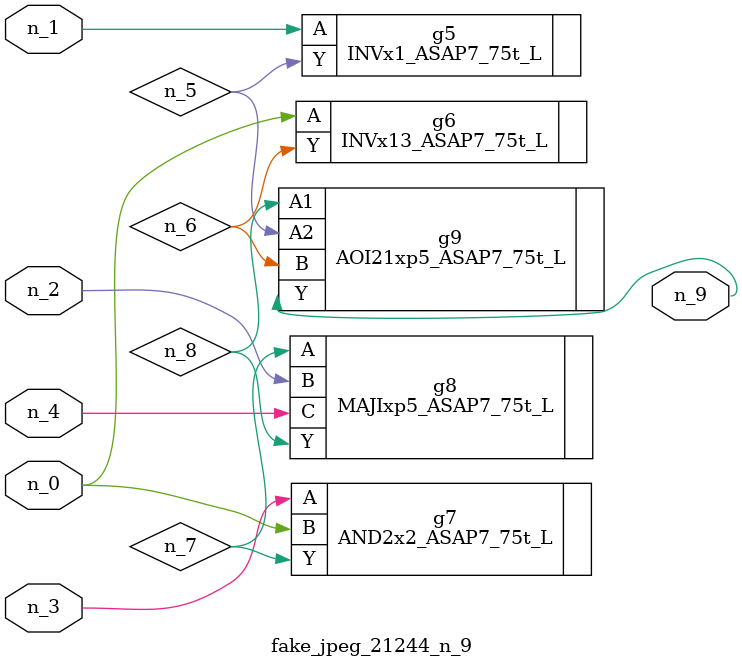
<source format=v>
module fake_jpeg_21244_n_9 (n_3, n_2, n_1, n_0, n_4, n_9);

input n_3;
input n_2;
input n_1;
input n_0;
input n_4;

output n_9;

wire n_8;
wire n_6;
wire n_5;
wire n_7;

INVx1_ASAP7_75t_L g5 ( 
.A(n_1),
.Y(n_5)
);

INVx13_ASAP7_75t_L g6 ( 
.A(n_0),
.Y(n_6)
);

AND2x2_ASAP7_75t_L g7 ( 
.A(n_3),
.B(n_0),
.Y(n_7)
);

MAJIxp5_ASAP7_75t_L g8 ( 
.A(n_7),
.B(n_2),
.C(n_4),
.Y(n_8)
);

AOI21xp5_ASAP7_75t_L g9 ( 
.A1(n_8),
.A2(n_5),
.B(n_6),
.Y(n_9)
);


endmodule
</source>
